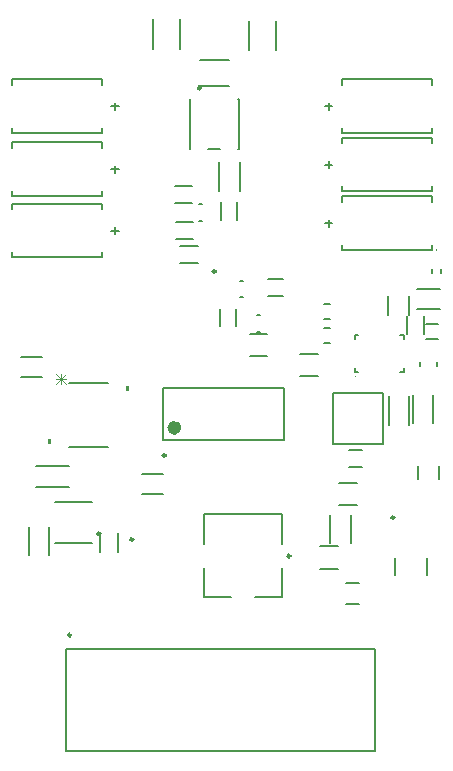
<source format=gto>
G04*
G04 #@! TF.GenerationSoftware,Altium Limited,Altium Designer,23.8.1 (32)*
G04*
G04 Layer_Color=65535*
%FSLAX25Y25*%
%MOIN*%
G70*
G04*
G04 #@! TF.SameCoordinates,A9E98482-AA81-4C70-AF81-B552D0338214*
G04*
G04*
G04 #@! TF.FilePolarity,Positive*
G04*
G01*
G75*
%ADD10C,0.00394*%
%ADD11C,0.00984*%
%ADD12C,0.02362*%
%ADD13C,0.01004*%
%ADD14C,0.00787*%
%ADD15C,0.00600*%
%ADD16C,0.00300*%
G36*
X276550Y301392D02*
X275550D01*
Y299892D01*
X276550D01*
Y301392D01*
D02*
G37*
G36*
X301450Y319108D02*
X302450D01*
Y317608D01*
X301450D01*
Y319108D01*
D02*
G37*
D10*
X405000Y364587D02*
G03*
X405000Y364193I0J-197D01*
G01*
D02*
G03*
X405000Y364587I0J197D01*
G01*
X378126Y322354D02*
G03*
X378126Y322354I-197J0D01*
G01*
D11*
X314807Y296024D02*
G03*
X314807Y296024I-492J0D01*
G01*
X292976Y270020D02*
G03*
X292976Y270020I-492J0D01*
G01*
X303937Y268063D02*
G03*
X303937Y268063I-492J0D01*
G01*
X356347Y262500D02*
G03*
X356347Y262500I-492J0D01*
G01*
X283256Y236154D02*
G03*
X283256Y236154I-492J0D01*
G01*
X390988Y275386D02*
G03*
X390988Y275386I-492J0D01*
G01*
X326472Y418528D02*
G03*
X326472Y418528I-492J0D01*
G01*
D12*
X318843Y305276D02*
G03*
X318843Y305276I-1181J0D01*
G01*
D13*
X331490Y357407D02*
G03*
X331490Y357407I-502J0D01*
G01*
D14*
X406575Y356713D02*
Y358287D01*
X403425Y356713D02*
Y358287D01*
X398629Y351458D02*
X406354D01*
X398629Y344765D02*
X406354D01*
X359639Y329869D02*
X365544D01*
X359639Y322585D02*
X365544D01*
X345346Y337244D02*
X346331D01*
X345346Y342756D02*
X346331D01*
X342731Y336543D02*
X348636D01*
X342731Y329260D02*
X348636D01*
X306957Y289846D02*
X314043D01*
X306957Y283154D02*
X314043D01*
X313724Y301339D02*
X354276D01*
X313724Y318661D02*
X354276D01*
X313724Y301339D02*
Y318661D01*
X354276Y301339D02*
Y318661D01*
X278016Y266870D02*
X290220D01*
X278016Y280650D02*
X290220D01*
X327508Y248878D02*
X336465D01*
X344535D02*
X353492D01*
X327508Y266535D02*
Y276398D01*
Y248878D02*
Y258465D01*
X353492Y248878D02*
Y258465D01*
Y266535D02*
Y276398D01*
X327508D02*
X353492D01*
X394071Y334756D02*
Y336134D01*
Y323929D02*
Y325307D01*
X377929Y334756D02*
Y336134D01*
Y323929D02*
Y325307D01*
X392988Y336134D02*
X394071D01*
X377929D02*
X379012D01*
X392988Y323929D02*
X394071D01*
X377929D02*
X379012D01*
X366337Y265740D02*
X372242D01*
X366337Y258260D02*
X372242D01*
X281524Y231626D02*
X384476D01*
Y197374D02*
Y231626D01*
X281524Y197374D02*
X384476D01*
X281524D02*
Y231626D01*
X269130Y262730D02*
Y272227D01*
X275870Y262730D02*
Y272227D01*
X293047Y263850D02*
Y270150D01*
X298953Y263850D02*
Y270150D01*
X401815Y256150D02*
Y261858D01*
X391185Y256150D02*
Y261858D01*
X367528Y333626D02*
X369472D01*
X367528Y338374D02*
X369472D01*
X263539Y400358D02*
X293461D01*
Y382642D02*
Y384315D01*
Y398685D02*
Y400358D01*
X263539Y382642D02*
X293461D01*
X263539D02*
Y384315D01*
Y398685D02*
Y400358D01*
X297890Y390319D02*
Y392681D01*
X296709Y391500D02*
X299071D01*
X373539Y403642D02*
X403461D01*
X373539Y419685D02*
Y421358D01*
Y403642D02*
Y405315D01*
Y421358D02*
X403461D01*
Y419685D02*
Y421358D01*
Y403642D02*
Y405315D01*
X369110Y411319D02*
Y413681D01*
X367929Y412500D02*
X370291D01*
X373539Y384142D02*
X403461D01*
X373539Y400185D02*
Y401858D01*
Y384142D02*
Y385815D01*
Y401858D02*
X403461D01*
Y400185D02*
Y401858D01*
Y384142D02*
Y385815D01*
X369110Y391819D02*
Y394181D01*
X367929Y393000D02*
X370291D01*
X263539Y379858D02*
X293461D01*
Y362142D02*
Y363815D01*
Y378185D02*
Y379858D01*
X263539Y362142D02*
X293461D01*
X263539D02*
Y363815D01*
Y378185D02*
Y379858D01*
X297890Y369819D02*
Y372181D01*
X296709Y371000D02*
X299071D01*
X373539Y364642D02*
X403461D01*
X373539Y380685D02*
Y382358D01*
Y364642D02*
Y366315D01*
Y382358D02*
X403461D01*
Y380685D02*
Y382358D01*
Y364642D02*
Y366315D01*
X369110Y372319D02*
Y374681D01*
X367929Y373500D02*
X370291D01*
X263539Y421358D02*
X293461D01*
Y403642D02*
Y405315D01*
Y419685D02*
Y421358D01*
X263539Y403642D02*
X293461D01*
X263539D02*
Y405315D01*
Y419685D02*
Y421358D01*
X297890Y411319D02*
Y413681D01*
X296709Y412500D02*
X299071D01*
X349000Y349244D02*
X354000D01*
X349000Y354756D02*
X354000D01*
X332539Y384259D02*
Y393741D01*
X339461Y384259D02*
Y393741D01*
X372547Y286740D02*
X378453D01*
X372547Y279457D02*
X378453D01*
X369539Y266759D02*
Y276241D01*
X376461Y266759D02*
Y276241D01*
X396043Y342850D02*
Y349150D01*
X388957Y342850D02*
Y349150D01*
X397118Y306822D02*
Y316303D01*
X404040Y306822D02*
Y316303D01*
X396040Y306322D02*
Y315803D01*
X389118Y306322D02*
Y315803D01*
X271464Y285433D02*
X282536D01*
X271464Y292567D02*
X282536D01*
X319429Y431566D02*
Y441433D01*
X310571Y431566D02*
Y441433D01*
X339465Y348744D02*
X340449D01*
X339465Y354256D02*
X340449D01*
X326066Y427929D02*
X335933D01*
X326066Y419071D02*
X335933D01*
X322752Y398252D02*
X323028D01*
X328972D02*
X333028D01*
X338972D02*
X339248D01*
Y414748D01*
X322752D02*
X323028D01*
X338972D02*
X339248D01*
X322752Y398252D02*
Y414748D01*
X351429Y431067D02*
Y440934D01*
X342571Y431067D02*
Y440934D01*
X325965Y379756D02*
X326949D01*
X325965Y374244D02*
X326949D01*
X370449Y299858D02*
X387378D01*
X370449D02*
Y316787D01*
X387378D01*
Y299858D02*
Y316787D01*
X333298Y374601D02*
Y380399D01*
X338702Y374601D02*
Y380399D01*
X338202Y339101D02*
Y344899D01*
X332798Y339101D02*
Y344899D01*
X318101Y373702D02*
X323899D01*
X318101Y368298D02*
X323899D01*
X319601Y365702D02*
X325399D01*
X319601Y360298D02*
X325399D01*
X317789Y385702D02*
X323586D01*
X317789Y380298D02*
X323586D01*
X374736Y253543D02*
X379264D01*
X374736Y246457D02*
X379264D01*
X406043Y288043D02*
Y292571D01*
X398957Y288043D02*
Y292571D01*
X405354Y325909D02*
Y327091D01*
X399646Y325909D02*
Y327091D01*
X401457Y335000D02*
X405394D01*
X401457Y340000D02*
X405394D01*
X395377Y336564D02*
Y342361D01*
X400780Y336564D02*
Y342361D01*
X375835Y297953D02*
X380165D01*
X375835Y292047D02*
X380165D01*
X367528Y346374D02*
X369472D01*
X367528Y341626D02*
X369472D01*
X266457Y322153D02*
X273543D01*
X266457Y328847D02*
X273543D01*
D15*
X282400Y320250D02*
X295600D01*
X282400Y298750D02*
X295600D01*
D16*
X278100Y323124D02*
X281432Y319791D01*
X278100D02*
X281432Y323124D01*
X278100Y321458D02*
X281432D01*
X279766Y319791D02*
Y323124D01*
M02*

</source>
